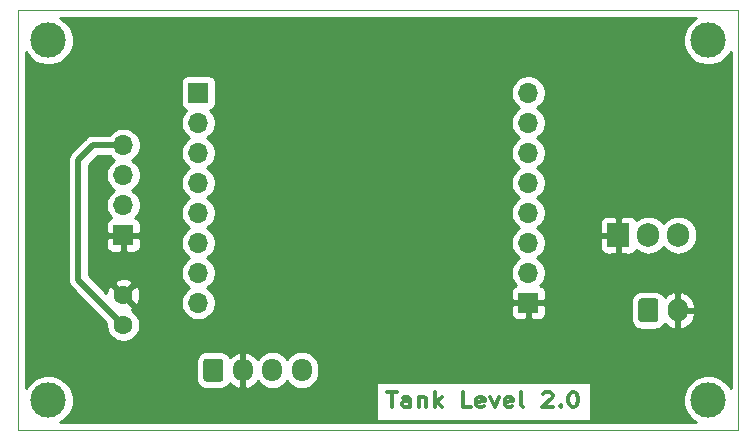
<source format=gbr>
%TF.GenerationSoftware,KiCad,Pcbnew,5.1.9+dfsg1-1*%
%TF.CreationDate,2022-05-17T23:06:01+02:00*%
%TF.ProjectId,water.tank,77617465-722e-4746-916e-6b2e6b696361,rev?*%
%TF.SameCoordinates,Original*%
%TF.FileFunction,Copper,L1,Top*%
%TF.FilePolarity,Positive*%
%FSLAX46Y46*%
G04 Gerber Fmt 4.6, Leading zero omitted, Abs format (unit mm)*
G04 Created by KiCad (PCBNEW 5.1.9+dfsg1-1) date 2022-05-17 23:06:01*
%MOMM*%
%LPD*%
G01*
G04 APERTURE LIST*
%TA.AperFunction,Profile*%
%ADD10C,0.050000*%
%TD*%
%TA.AperFunction,NonConductor*%
%ADD11C,0.300000*%
%TD*%
%TA.AperFunction,ComponentPad*%
%ADD12O,1.905000X2.000000*%
%TD*%
%TA.AperFunction,ComponentPad*%
%ADD13R,1.905000X2.000000*%
%TD*%
%TA.AperFunction,ComponentPad*%
%ADD14O,1.700000X1.700000*%
%TD*%
%TA.AperFunction,ComponentPad*%
%ADD15R,1.700000X1.700000*%
%TD*%
%TA.AperFunction,ComponentPad*%
%ADD16O,1.700000X1.950000*%
%TD*%
%TA.AperFunction,ComponentPad*%
%ADD17O,1.700000X2.000000*%
%TD*%
%TA.AperFunction,ComponentPad*%
%ADD18C,1.600000*%
%TD*%
%TA.AperFunction,ViaPad*%
%ADD19C,3.000000*%
%TD*%
%TA.AperFunction,Conductor*%
%ADD20C,0.500000*%
%TD*%
%TA.AperFunction,Conductor*%
%ADD21C,0.254000*%
%TD*%
%TA.AperFunction,Conductor*%
%ADD22C,0.100000*%
%TD*%
G04 APERTURE END LIST*
D10*
X124460000Y-48260000D02*
X63500000Y-48260000D01*
X124460000Y-83820000D02*
X124460000Y-48260000D01*
X63500000Y-83820000D02*
X124460000Y-83820000D01*
X63500000Y-48260000D02*
X63500000Y-83820000D01*
D11*
X94691428Y-80622857D02*
X95548571Y-80622857D01*
X95120000Y-81822857D02*
X95120000Y-80622857D01*
X96691428Y-81822857D02*
X96691428Y-81194285D01*
X96620000Y-81080000D01*
X96477142Y-81022857D01*
X96191428Y-81022857D01*
X96048571Y-81080000D01*
X96691428Y-81765714D02*
X96548571Y-81822857D01*
X96191428Y-81822857D01*
X96048571Y-81765714D01*
X95977142Y-81651428D01*
X95977142Y-81537142D01*
X96048571Y-81422857D01*
X96191428Y-81365714D01*
X96548571Y-81365714D01*
X96691428Y-81308571D01*
X97405714Y-81022857D02*
X97405714Y-81822857D01*
X97405714Y-81137142D02*
X97477142Y-81080000D01*
X97620000Y-81022857D01*
X97834285Y-81022857D01*
X97977142Y-81080000D01*
X98048571Y-81194285D01*
X98048571Y-81822857D01*
X98762857Y-81822857D02*
X98762857Y-80622857D01*
X98905714Y-81365714D02*
X99334285Y-81822857D01*
X99334285Y-81022857D02*
X98762857Y-81480000D01*
X101834285Y-81822857D02*
X101120000Y-81822857D01*
X101120000Y-80622857D01*
X102905714Y-81765714D02*
X102762857Y-81822857D01*
X102477142Y-81822857D01*
X102334285Y-81765714D01*
X102262857Y-81651428D01*
X102262857Y-81194285D01*
X102334285Y-81080000D01*
X102477142Y-81022857D01*
X102762857Y-81022857D01*
X102905714Y-81080000D01*
X102977142Y-81194285D01*
X102977142Y-81308571D01*
X102262857Y-81422857D01*
X103477142Y-81022857D02*
X103834285Y-81822857D01*
X104191428Y-81022857D01*
X105334285Y-81765714D02*
X105191428Y-81822857D01*
X104905714Y-81822857D01*
X104762857Y-81765714D01*
X104691428Y-81651428D01*
X104691428Y-81194285D01*
X104762857Y-81080000D01*
X104905714Y-81022857D01*
X105191428Y-81022857D01*
X105334285Y-81080000D01*
X105405714Y-81194285D01*
X105405714Y-81308571D01*
X104691428Y-81422857D01*
X106262857Y-81822857D02*
X106120000Y-81765714D01*
X106048571Y-81651428D01*
X106048571Y-80622857D01*
X107905714Y-80737142D02*
X107977142Y-80680000D01*
X108120000Y-80622857D01*
X108477142Y-80622857D01*
X108620000Y-80680000D01*
X108691428Y-80737142D01*
X108762857Y-80851428D01*
X108762857Y-80965714D01*
X108691428Y-81137142D01*
X107834285Y-81822857D01*
X108762857Y-81822857D01*
X109405714Y-81708571D02*
X109477142Y-81765714D01*
X109405714Y-81822857D01*
X109334285Y-81765714D01*
X109405714Y-81708571D01*
X109405714Y-81822857D01*
X110405714Y-80622857D02*
X110548571Y-80622857D01*
X110691428Y-80680000D01*
X110762857Y-80737142D01*
X110834285Y-80851428D01*
X110905714Y-81080000D01*
X110905714Y-81365714D01*
X110834285Y-81594285D01*
X110762857Y-81708571D01*
X110691428Y-81765714D01*
X110548571Y-81822857D01*
X110405714Y-81822857D01*
X110262857Y-81765714D01*
X110191428Y-81708571D01*
X110120000Y-81594285D01*
X110048571Y-81365714D01*
X110048571Y-81080000D01*
X110120000Y-80851428D01*
X110191428Y-80737142D01*
X110262857Y-80680000D01*
X110405714Y-80622857D01*
D12*
%TO.P,3.3,3*%
%TO.N,5V*%
X119380000Y-67310000D03*
%TO.P,3.3,2*%
%TO.N,VCC*%
X116840000Y-67310000D03*
D13*
%TO.P,3.3,1*%
%TO.N,GND*%
X114300000Y-67310000D03*
%TD*%
D14*
%TO.P,SENSOR,4*%
%TO.N,VCC*%
X72390000Y-59690000D03*
%TO.P,SENSOR,3*%
%TO.N,IO14*%
X72390000Y-62230000D03*
%TO.P,SENSOR,2*%
%TO.N,IO12*%
X72390000Y-64770000D03*
D15*
%TO.P,SENSOR,1*%
%TO.N,GND*%
X72390000Y-67310000D03*
%TD*%
D16*
%TO.P,OLED,4*%
%TO.N,IO04*%
X87510000Y-78740000D03*
%TO.P,OLED,3*%
%TO.N,IO05*%
X85010000Y-78740000D03*
%TO.P,OLED,2*%
%TO.N,GND*%
X82510000Y-78740000D03*
%TO.P,OLED,1*%
%TO.N,VCC*%
%TA.AperFunction,ComponentPad*%
G36*
G01*
X79160000Y-79465000D02*
X79160000Y-78015000D01*
G75*
G02*
X79410000Y-77765000I250000J0D01*
G01*
X80610000Y-77765000D01*
G75*
G02*
X80860000Y-78015000I0J-250000D01*
G01*
X80860000Y-79465000D01*
G75*
G02*
X80610000Y-79715000I-250000J0D01*
G01*
X79410000Y-79715000D01*
G75*
G02*
X79160000Y-79465000I0J250000D01*
G01*
G37*
%TD.AperFunction*%
%TD*%
D17*
%TO.P,5V,2*%
%TO.N,GND*%
X119340000Y-73660000D03*
%TO.P,5V,1*%
%TO.N,5V*%
%TA.AperFunction,ComponentPad*%
G36*
G01*
X115990000Y-74410000D02*
X115990000Y-72910000D01*
G75*
G02*
X116240000Y-72660000I250000J0D01*
G01*
X117440000Y-72660000D01*
G75*
G02*
X117690000Y-72910000I0J-250000D01*
G01*
X117690000Y-74410000D01*
G75*
G02*
X117440000Y-74660000I-250000J0D01*
G01*
X116240000Y-74660000D01*
G75*
G02*
X115990000Y-74410000I0J250000D01*
G01*
G37*
%TD.AperFunction*%
%TD*%
D18*
%TO.P,100nf,2*%
%TO.N,GND*%
X72390000Y-72390000D03*
%TO.P,100nf,1*%
%TO.N,VCC*%
X72390000Y-74890000D03*
%TD*%
D14*
%TO.P,J1,8*%
%TO.N,VCC*%
X78740000Y-73025000D03*
%TO.P,J1,7*%
%TO.N,N/C*%
X78740000Y-70485000D03*
%TO.P,J1,6*%
%TO.N,IO12*%
X78740000Y-67945000D03*
%TO.P,J1,5*%
%TO.N,IO14*%
X78740000Y-65405000D03*
%TO.P,J1,4*%
%TO.N,N/C*%
X78740000Y-62865000D03*
%TO.P,J1,3*%
X78740000Y-60325000D03*
%TO.P,J1,2*%
X78740000Y-57785000D03*
D15*
%TO.P,J1,1*%
X78740000Y-55245000D03*
%TD*%
D14*
%TO.P,ESP8266,8*%
%TO.N,N/C*%
X106680000Y-55245000D03*
%TO.P,ESP8266,7*%
X106680000Y-57785000D03*
%TO.P,ESP8266,6*%
%TO.N,IO05*%
X106680000Y-60325000D03*
%TO.P,ESP8266,5*%
%TO.N,IO04*%
X106680000Y-62865000D03*
%TO.P,ESP8266,4*%
%TO.N,N/C*%
X106680000Y-65405000D03*
%TO.P,ESP8266,3*%
X106680000Y-67945000D03*
%TO.P,ESP8266,2*%
X106680000Y-70485000D03*
D15*
%TO.P,ESP8266,1*%
%TO.N,GND*%
X106680000Y-73025000D03*
%TD*%
D19*
%TO.N,*%
X66040000Y-50800000D03*
X121920000Y-50800000D03*
X121920000Y-81280000D03*
X66040000Y-81280000D03*
%TD*%
D20*
%TO.N,VCC*%
X72390000Y-59690000D02*
X69850000Y-59690000D01*
X69850000Y-59690000D02*
X68580000Y-60960000D01*
X68580000Y-71080000D02*
X72390000Y-74890000D01*
X68580000Y-60960000D02*
X68580000Y-71080000D01*
%TD*%
D21*
%TO.N,GND*%
X120559017Y-49141637D02*
X120261637Y-49439017D01*
X120027988Y-49788698D01*
X119867047Y-50177244D01*
X119785000Y-50589721D01*
X119785000Y-51010279D01*
X119867047Y-51422756D01*
X120027988Y-51811302D01*
X120261637Y-52160983D01*
X120559017Y-52458363D01*
X120908698Y-52692012D01*
X121297244Y-52852953D01*
X121709721Y-52935000D01*
X122130279Y-52935000D01*
X122542756Y-52852953D01*
X122931302Y-52692012D01*
X123280983Y-52458363D01*
X123578363Y-52160983D01*
X123800001Y-51829278D01*
X123800000Y-80250721D01*
X123578363Y-79919017D01*
X123280983Y-79621637D01*
X122931302Y-79387988D01*
X122542756Y-79227047D01*
X122130279Y-79145000D01*
X121709721Y-79145000D01*
X121297244Y-79227047D01*
X120908698Y-79387988D01*
X120559017Y-79621637D01*
X120261637Y-79919017D01*
X120027988Y-80268698D01*
X119867047Y-80657244D01*
X119785000Y-81069721D01*
X119785000Y-81490279D01*
X119867047Y-81902756D01*
X120027988Y-82291302D01*
X120261637Y-82640983D01*
X120559017Y-82938363D01*
X120890721Y-83160000D01*
X67069279Y-83160000D01*
X67400983Y-82938363D01*
X67698363Y-82640983D01*
X67932012Y-82291302D01*
X68092953Y-81902756D01*
X68175000Y-81490279D01*
X68175000Y-81069721D01*
X68092953Y-80657244D01*
X67932012Y-80268698D01*
X67698363Y-79919017D01*
X67400983Y-79621637D01*
X67051302Y-79387988D01*
X66662756Y-79227047D01*
X66250279Y-79145000D01*
X65829721Y-79145000D01*
X65417244Y-79227047D01*
X65028698Y-79387988D01*
X64679017Y-79621637D01*
X64381637Y-79919017D01*
X64160000Y-80250721D01*
X64160000Y-78015000D01*
X78521928Y-78015000D01*
X78521928Y-79465000D01*
X78538992Y-79638254D01*
X78589528Y-79804850D01*
X78671595Y-79958386D01*
X78782038Y-80092962D01*
X78916614Y-80203405D01*
X79070150Y-80285472D01*
X79236746Y-80336008D01*
X79410000Y-80353072D01*
X80610000Y-80353072D01*
X80783254Y-80336008D01*
X80949850Y-80285472D01*
X81103386Y-80203405D01*
X81237962Y-80092962D01*
X81348405Y-79958386D01*
X81404714Y-79853039D01*
X81420951Y-79874429D01*
X81638807Y-80067496D01*
X81890142Y-80214352D01*
X82153110Y-80306476D01*
X82383000Y-80185155D01*
X82383000Y-78867000D01*
X82363000Y-78867000D01*
X82363000Y-78613000D01*
X82383000Y-78613000D01*
X82383000Y-77294845D01*
X82637000Y-77294845D01*
X82637000Y-78613000D01*
X82657000Y-78613000D01*
X82657000Y-78867000D01*
X82637000Y-78867000D01*
X82637000Y-80185155D01*
X82866890Y-80306476D01*
X83129858Y-80214352D01*
X83381193Y-80067496D01*
X83599049Y-79874429D01*
X83755538Y-79668278D01*
X83769294Y-79694014D01*
X83954866Y-79920134D01*
X84180987Y-80105706D01*
X84438967Y-80243599D01*
X84718890Y-80328513D01*
X85010000Y-80357185D01*
X85301111Y-80328513D01*
X85581034Y-80243599D01*
X85839014Y-80105706D01*
X86065134Y-79920134D01*
X86250706Y-79694014D01*
X86260000Y-79676626D01*
X86269294Y-79694014D01*
X86454866Y-79920134D01*
X86680987Y-80105706D01*
X86938967Y-80243599D01*
X87218890Y-80328513D01*
X87510000Y-80357185D01*
X87801111Y-80328513D01*
X88081034Y-80243599D01*
X88339014Y-80105706D01*
X88565134Y-79920134D01*
X88740869Y-79706000D01*
X93763572Y-79706000D01*
X93763572Y-83076000D01*
X111976429Y-83076000D01*
X111976429Y-79706000D01*
X93763572Y-79706000D01*
X88740869Y-79706000D01*
X88750706Y-79694014D01*
X88888599Y-79436033D01*
X88973513Y-79156110D01*
X88995000Y-78937949D01*
X88995000Y-78542050D01*
X88973513Y-78323889D01*
X88888599Y-78043966D01*
X88750706Y-77785986D01*
X88565134Y-77559866D01*
X88339013Y-77374294D01*
X88081033Y-77236401D01*
X87801110Y-77151487D01*
X87510000Y-77122815D01*
X87218889Y-77151487D01*
X86938966Y-77236401D01*
X86680986Y-77374294D01*
X86454866Y-77559866D01*
X86269294Y-77785987D01*
X86260000Y-77803374D01*
X86250706Y-77785986D01*
X86065134Y-77559866D01*
X85839013Y-77374294D01*
X85581033Y-77236401D01*
X85301110Y-77151487D01*
X85010000Y-77122815D01*
X84718889Y-77151487D01*
X84438966Y-77236401D01*
X84180986Y-77374294D01*
X83954866Y-77559866D01*
X83769294Y-77785987D01*
X83755538Y-77811722D01*
X83599049Y-77605571D01*
X83381193Y-77412504D01*
X83129858Y-77265648D01*
X82866890Y-77173524D01*
X82637000Y-77294845D01*
X82383000Y-77294845D01*
X82153110Y-77173524D01*
X81890142Y-77265648D01*
X81638807Y-77412504D01*
X81420951Y-77605571D01*
X81404714Y-77626961D01*
X81348405Y-77521614D01*
X81237962Y-77387038D01*
X81103386Y-77276595D01*
X80949850Y-77194528D01*
X80783254Y-77143992D01*
X80610000Y-77126928D01*
X79410000Y-77126928D01*
X79236746Y-77143992D01*
X79070150Y-77194528D01*
X78916614Y-77276595D01*
X78782038Y-77387038D01*
X78671595Y-77521614D01*
X78589528Y-77675150D01*
X78538992Y-77841746D01*
X78521928Y-78015000D01*
X64160000Y-78015000D01*
X64160000Y-60960000D01*
X67690719Y-60960000D01*
X67695000Y-61003469D01*
X67695001Y-71036521D01*
X67690719Y-71080000D01*
X67707805Y-71253490D01*
X67758412Y-71420313D01*
X67840590Y-71574059D01*
X67923468Y-71675046D01*
X67923471Y-71675049D01*
X67951184Y-71708817D01*
X67984951Y-71736530D01*
X70961983Y-74713561D01*
X70955000Y-74748665D01*
X70955000Y-75031335D01*
X71010147Y-75308574D01*
X71118320Y-75569727D01*
X71275363Y-75804759D01*
X71475241Y-76004637D01*
X71710273Y-76161680D01*
X71971426Y-76269853D01*
X72248665Y-76325000D01*
X72531335Y-76325000D01*
X72808574Y-76269853D01*
X73069727Y-76161680D01*
X73304759Y-76004637D01*
X73504637Y-75804759D01*
X73661680Y-75569727D01*
X73769853Y-75308574D01*
X73825000Y-75031335D01*
X73825000Y-74748665D01*
X73769853Y-74471426D01*
X73661680Y-74210273D01*
X73504637Y-73975241D01*
X73304759Y-73775363D01*
X73104131Y-73641308D01*
X73131514Y-73626671D01*
X73203097Y-73382702D01*
X72390000Y-72569605D01*
X72375858Y-72583748D01*
X72196253Y-72404143D01*
X72210395Y-72390000D01*
X72569605Y-72390000D01*
X73382702Y-73203097D01*
X73626671Y-73131514D01*
X73747571Y-72876004D01*
X73816300Y-72601816D01*
X73830217Y-72319488D01*
X73788787Y-72039870D01*
X73693603Y-71773708D01*
X73626671Y-71648486D01*
X73382702Y-71576903D01*
X72569605Y-72390000D01*
X72210395Y-72390000D01*
X71397298Y-71576903D01*
X71153329Y-71648486D01*
X71032429Y-71903996D01*
X70963700Y-72178184D01*
X70962106Y-72210527D01*
X70148877Y-71397298D01*
X71576903Y-71397298D01*
X72390000Y-72210395D01*
X73203097Y-71397298D01*
X73131514Y-71153329D01*
X72876004Y-71032429D01*
X72601816Y-70963700D01*
X72319488Y-70949783D01*
X72039870Y-70991213D01*
X71773708Y-71086397D01*
X71648486Y-71153329D01*
X71576903Y-71397298D01*
X70148877Y-71397298D01*
X69465000Y-70713422D01*
X69465000Y-68160000D01*
X70901928Y-68160000D01*
X70914188Y-68284482D01*
X70950498Y-68404180D01*
X71009463Y-68514494D01*
X71088815Y-68611185D01*
X71185506Y-68690537D01*
X71295820Y-68749502D01*
X71415518Y-68785812D01*
X71540000Y-68798072D01*
X72104250Y-68795000D01*
X72263000Y-68636250D01*
X72263000Y-67437000D01*
X72517000Y-67437000D01*
X72517000Y-68636250D01*
X72675750Y-68795000D01*
X73240000Y-68798072D01*
X73364482Y-68785812D01*
X73484180Y-68749502D01*
X73594494Y-68690537D01*
X73691185Y-68611185D01*
X73770537Y-68514494D01*
X73829502Y-68404180D01*
X73865812Y-68284482D01*
X73878072Y-68160000D01*
X73875000Y-67595750D01*
X73716250Y-67437000D01*
X72517000Y-67437000D01*
X72263000Y-67437000D01*
X71063750Y-67437000D01*
X70905000Y-67595750D01*
X70901928Y-68160000D01*
X69465000Y-68160000D01*
X69465000Y-61326578D01*
X70216579Y-60575000D01*
X71195344Y-60575000D01*
X71236525Y-60636632D01*
X71443368Y-60843475D01*
X71617760Y-60960000D01*
X71443368Y-61076525D01*
X71236525Y-61283368D01*
X71074010Y-61526589D01*
X70962068Y-61796842D01*
X70905000Y-62083740D01*
X70905000Y-62376260D01*
X70962068Y-62663158D01*
X71074010Y-62933411D01*
X71236525Y-63176632D01*
X71443368Y-63383475D01*
X71617760Y-63500000D01*
X71443368Y-63616525D01*
X71236525Y-63823368D01*
X71074010Y-64066589D01*
X70962068Y-64336842D01*
X70905000Y-64623740D01*
X70905000Y-64916260D01*
X70962068Y-65203158D01*
X71074010Y-65473411D01*
X71236525Y-65716632D01*
X71368380Y-65848487D01*
X71295820Y-65870498D01*
X71185506Y-65929463D01*
X71088815Y-66008815D01*
X71009463Y-66105506D01*
X70950498Y-66215820D01*
X70914188Y-66335518D01*
X70901928Y-66460000D01*
X70905000Y-67024250D01*
X71063750Y-67183000D01*
X72263000Y-67183000D01*
X72263000Y-67163000D01*
X72517000Y-67163000D01*
X72517000Y-67183000D01*
X73716250Y-67183000D01*
X73875000Y-67024250D01*
X73878072Y-66460000D01*
X73865812Y-66335518D01*
X73829502Y-66215820D01*
X73770537Y-66105506D01*
X73691185Y-66008815D01*
X73594494Y-65929463D01*
X73484180Y-65870498D01*
X73411620Y-65848487D01*
X73543475Y-65716632D01*
X73705990Y-65473411D01*
X73817932Y-65203158D01*
X73875000Y-64916260D01*
X73875000Y-64623740D01*
X73817932Y-64336842D01*
X73705990Y-64066589D01*
X73543475Y-63823368D01*
X73336632Y-63616525D01*
X73162240Y-63500000D01*
X73336632Y-63383475D01*
X73543475Y-63176632D01*
X73705990Y-62933411D01*
X73817932Y-62663158D01*
X73875000Y-62376260D01*
X73875000Y-62083740D01*
X73817932Y-61796842D01*
X73705990Y-61526589D01*
X73543475Y-61283368D01*
X73336632Y-61076525D01*
X73162240Y-60960000D01*
X73336632Y-60843475D01*
X73543475Y-60636632D01*
X73705990Y-60393411D01*
X73817932Y-60123158D01*
X73875000Y-59836260D01*
X73875000Y-59543740D01*
X73817932Y-59256842D01*
X73705990Y-58986589D01*
X73543475Y-58743368D01*
X73336632Y-58536525D01*
X73093411Y-58374010D01*
X72823158Y-58262068D01*
X72536260Y-58205000D01*
X72243740Y-58205000D01*
X71956842Y-58262068D01*
X71686589Y-58374010D01*
X71443368Y-58536525D01*
X71236525Y-58743368D01*
X71195344Y-58805000D01*
X69893465Y-58805000D01*
X69849999Y-58800719D01*
X69806533Y-58805000D01*
X69806523Y-58805000D01*
X69676510Y-58817805D01*
X69509687Y-58868411D01*
X69355941Y-58950589D01*
X69355939Y-58950590D01*
X69355940Y-58950590D01*
X69254953Y-59033468D01*
X69254951Y-59033470D01*
X69221183Y-59061183D01*
X69193470Y-59094951D01*
X67984956Y-60303466D01*
X67951183Y-60331183D01*
X67840589Y-60465942D01*
X67758411Y-60619688D01*
X67707805Y-60786511D01*
X67695000Y-60916524D01*
X67695000Y-60916531D01*
X67690719Y-60960000D01*
X64160000Y-60960000D01*
X64160000Y-54395000D01*
X77251928Y-54395000D01*
X77251928Y-56095000D01*
X77264188Y-56219482D01*
X77300498Y-56339180D01*
X77359463Y-56449494D01*
X77438815Y-56546185D01*
X77535506Y-56625537D01*
X77645820Y-56684502D01*
X77718380Y-56706513D01*
X77586525Y-56838368D01*
X77424010Y-57081589D01*
X77312068Y-57351842D01*
X77255000Y-57638740D01*
X77255000Y-57931260D01*
X77312068Y-58218158D01*
X77424010Y-58488411D01*
X77586525Y-58731632D01*
X77793368Y-58938475D01*
X77967760Y-59055000D01*
X77793368Y-59171525D01*
X77586525Y-59378368D01*
X77424010Y-59621589D01*
X77312068Y-59891842D01*
X77255000Y-60178740D01*
X77255000Y-60471260D01*
X77312068Y-60758158D01*
X77424010Y-61028411D01*
X77586525Y-61271632D01*
X77793368Y-61478475D01*
X77967760Y-61595000D01*
X77793368Y-61711525D01*
X77586525Y-61918368D01*
X77424010Y-62161589D01*
X77312068Y-62431842D01*
X77255000Y-62718740D01*
X77255000Y-63011260D01*
X77312068Y-63298158D01*
X77424010Y-63568411D01*
X77586525Y-63811632D01*
X77793368Y-64018475D01*
X77967760Y-64135000D01*
X77793368Y-64251525D01*
X77586525Y-64458368D01*
X77424010Y-64701589D01*
X77312068Y-64971842D01*
X77255000Y-65258740D01*
X77255000Y-65551260D01*
X77312068Y-65838158D01*
X77424010Y-66108411D01*
X77586525Y-66351632D01*
X77793368Y-66558475D01*
X77967760Y-66675000D01*
X77793368Y-66791525D01*
X77586525Y-66998368D01*
X77424010Y-67241589D01*
X77312068Y-67511842D01*
X77255000Y-67798740D01*
X77255000Y-68091260D01*
X77312068Y-68378158D01*
X77424010Y-68648411D01*
X77586525Y-68891632D01*
X77793368Y-69098475D01*
X77967760Y-69215000D01*
X77793368Y-69331525D01*
X77586525Y-69538368D01*
X77424010Y-69781589D01*
X77312068Y-70051842D01*
X77255000Y-70338740D01*
X77255000Y-70631260D01*
X77312068Y-70918158D01*
X77424010Y-71188411D01*
X77586525Y-71431632D01*
X77793368Y-71638475D01*
X77967760Y-71755000D01*
X77793368Y-71871525D01*
X77586525Y-72078368D01*
X77424010Y-72321589D01*
X77312068Y-72591842D01*
X77255000Y-72878740D01*
X77255000Y-73171260D01*
X77312068Y-73458158D01*
X77424010Y-73728411D01*
X77586525Y-73971632D01*
X77793368Y-74178475D01*
X78036589Y-74340990D01*
X78306842Y-74452932D01*
X78593740Y-74510000D01*
X78886260Y-74510000D01*
X79173158Y-74452932D01*
X79443411Y-74340990D01*
X79686632Y-74178475D01*
X79893475Y-73971632D01*
X79958042Y-73875000D01*
X105191928Y-73875000D01*
X105204188Y-73999482D01*
X105240498Y-74119180D01*
X105299463Y-74229494D01*
X105378815Y-74326185D01*
X105475506Y-74405537D01*
X105585820Y-74464502D01*
X105705518Y-74500812D01*
X105830000Y-74513072D01*
X106394250Y-74510000D01*
X106553000Y-74351250D01*
X106553000Y-73152000D01*
X106807000Y-73152000D01*
X106807000Y-74351250D01*
X106965750Y-74510000D01*
X107530000Y-74513072D01*
X107654482Y-74500812D01*
X107774180Y-74464502D01*
X107884494Y-74405537D01*
X107981185Y-74326185D01*
X108060537Y-74229494D01*
X108119502Y-74119180D01*
X108155812Y-73999482D01*
X108168072Y-73875000D01*
X108165000Y-73310750D01*
X108006250Y-73152000D01*
X106807000Y-73152000D01*
X106553000Y-73152000D01*
X105353750Y-73152000D01*
X105195000Y-73310750D01*
X105191928Y-73875000D01*
X79958042Y-73875000D01*
X80055990Y-73728411D01*
X80167932Y-73458158D01*
X80225000Y-73171260D01*
X80225000Y-72910000D01*
X115351928Y-72910000D01*
X115351928Y-74410000D01*
X115368992Y-74583254D01*
X115419528Y-74749850D01*
X115501595Y-74903386D01*
X115612038Y-75037962D01*
X115746614Y-75148405D01*
X115900150Y-75230472D01*
X116066746Y-75281008D01*
X116240000Y-75298072D01*
X117440000Y-75298072D01*
X117613254Y-75281008D01*
X117779850Y-75230472D01*
X117933386Y-75148405D01*
X118067962Y-75037962D01*
X118178405Y-74903386D01*
X118232914Y-74801407D01*
X118233198Y-74801795D01*
X118447954Y-74998664D01*
X118696991Y-75149854D01*
X118970739Y-75249554D01*
X118983110Y-75251476D01*
X119213000Y-75130155D01*
X119213000Y-73787000D01*
X119467000Y-73787000D01*
X119467000Y-75130155D01*
X119696890Y-75251476D01*
X119709261Y-75249554D01*
X119983009Y-75149854D01*
X120232046Y-74998664D01*
X120446802Y-74801795D01*
X120619025Y-74566812D01*
X120742096Y-74302745D01*
X120811285Y-74019742D01*
X120667232Y-73787000D01*
X119467000Y-73787000D01*
X119213000Y-73787000D01*
X119193000Y-73787000D01*
X119193000Y-73533000D01*
X119213000Y-73533000D01*
X119213000Y-72189845D01*
X119467000Y-72189845D01*
X119467000Y-73533000D01*
X120667232Y-73533000D01*
X120811285Y-73300258D01*
X120742096Y-73017255D01*
X120619025Y-72753188D01*
X120446802Y-72518205D01*
X120232046Y-72321336D01*
X119983009Y-72170146D01*
X119709261Y-72070446D01*
X119696890Y-72068524D01*
X119467000Y-72189845D01*
X119213000Y-72189845D01*
X118983110Y-72068524D01*
X118970739Y-72070446D01*
X118696991Y-72170146D01*
X118447954Y-72321336D01*
X118233198Y-72518205D01*
X118232914Y-72518593D01*
X118178405Y-72416614D01*
X118067962Y-72282038D01*
X117933386Y-72171595D01*
X117779850Y-72089528D01*
X117613254Y-72038992D01*
X117440000Y-72021928D01*
X116240000Y-72021928D01*
X116066746Y-72038992D01*
X115900150Y-72089528D01*
X115746614Y-72171595D01*
X115612038Y-72282038D01*
X115501595Y-72416614D01*
X115419528Y-72570150D01*
X115368992Y-72736746D01*
X115351928Y-72910000D01*
X80225000Y-72910000D01*
X80225000Y-72878740D01*
X80167932Y-72591842D01*
X80055990Y-72321589D01*
X79958043Y-72175000D01*
X105191928Y-72175000D01*
X105195000Y-72739250D01*
X105353750Y-72898000D01*
X106553000Y-72898000D01*
X106553000Y-72878000D01*
X106807000Y-72878000D01*
X106807000Y-72898000D01*
X108006250Y-72898000D01*
X108165000Y-72739250D01*
X108168072Y-72175000D01*
X108155812Y-72050518D01*
X108119502Y-71930820D01*
X108060537Y-71820506D01*
X107981185Y-71723815D01*
X107884494Y-71644463D01*
X107774180Y-71585498D01*
X107701620Y-71563487D01*
X107833475Y-71431632D01*
X107995990Y-71188411D01*
X108107932Y-70918158D01*
X108165000Y-70631260D01*
X108165000Y-70338740D01*
X108107932Y-70051842D01*
X107995990Y-69781589D01*
X107833475Y-69538368D01*
X107626632Y-69331525D01*
X107452240Y-69215000D01*
X107626632Y-69098475D01*
X107833475Y-68891632D01*
X107995990Y-68648411D01*
X108107932Y-68378158D01*
X108121489Y-68310000D01*
X112709428Y-68310000D01*
X112721688Y-68434482D01*
X112757998Y-68554180D01*
X112816963Y-68664494D01*
X112896315Y-68761185D01*
X112993006Y-68840537D01*
X113103320Y-68899502D01*
X113223018Y-68935812D01*
X113347500Y-68948072D01*
X114014250Y-68945000D01*
X114173000Y-68786250D01*
X114173000Y-67437000D01*
X112871250Y-67437000D01*
X112712500Y-67595750D01*
X112709428Y-68310000D01*
X108121489Y-68310000D01*
X108165000Y-68091260D01*
X108165000Y-67798740D01*
X108107932Y-67511842D01*
X107995990Y-67241589D01*
X107833475Y-66998368D01*
X107626632Y-66791525D01*
X107452240Y-66675000D01*
X107626632Y-66558475D01*
X107833475Y-66351632D01*
X107861292Y-66310000D01*
X112709428Y-66310000D01*
X112712500Y-67024250D01*
X112871250Y-67183000D01*
X114173000Y-67183000D01*
X114173000Y-65833750D01*
X114427000Y-65833750D01*
X114427000Y-67183000D01*
X114447000Y-67183000D01*
X114447000Y-67437000D01*
X114427000Y-67437000D01*
X114427000Y-68786250D01*
X114585750Y-68945000D01*
X115252500Y-68948072D01*
X115376982Y-68935812D01*
X115496680Y-68899502D01*
X115606994Y-68840537D01*
X115703685Y-68761185D01*
X115783037Y-68664494D01*
X115827905Y-68580553D01*
X115953766Y-68683845D01*
X116229552Y-68831255D01*
X116528797Y-68922030D01*
X116840000Y-68952681D01*
X117151204Y-68922030D01*
X117450449Y-68831255D01*
X117726235Y-68683845D01*
X117967963Y-68485463D01*
X118110000Y-68312391D01*
X118252037Y-68485463D01*
X118493766Y-68683845D01*
X118769552Y-68831255D01*
X119068797Y-68922030D01*
X119380000Y-68952681D01*
X119691204Y-68922030D01*
X119990449Y-68831255D01*
X120266235Y-68683845D01*
X120507963Y-68485463D01*
X120706345Y-68243734D01*
X120853755Y-67967948D01*
X120944530Y-67668703D01*
X120967500Y-67435485D01*
X120967500Y-67184514D01*
X120944530Y-66951296D01*
X120853755Y-66652051D01*
X120706345Y-66376265D01*
X120507963Y-66134537D01*
X120266234Y-65936155D01*
X119990448Y-65788745D01*
X119691203Y-65697970D01*
X119380000Y-65667319D01*
X119068796Y-65697970D01*
X118769551Y-65788745D01*
X118493765Y-65936155D01*
X118252037Y-66134537D01*
X118110000Y-66307609D01*
X117967963Y-66134537D01*
X117726234Y-65936155D01*
X117450448Y-65788745D01*
X117151203Y-65697970D01*
X116840000Y-65667319D01*
X116528796Y-65697970D01*
X116229551Y-65788745D01*
X115953765Y-65936155D01*
X115827905Y-66039446D01*
X115783037Y-65955506D01*
X115703685Y-65858815D01*
X115606994Y-65779463D01*
X115496680Y-65720498D01*
X115376982Y-65684188D01*
X115252500Y-65671928D01*
X114585750Y-65675000D01*
X114427000Y-65833750D01*
X114173000Y-65833750D01*
X114014250Y-65675000D01*
X113347500Y-65671928D01*
X113223018Y-65684188D01*
X113103320Y-65720498D01*
X112993006Y-65779463D01*
X112896315Y-65858815D01*
X112816963Y-65955506D01*
X112757998Y-66065820D01*
X112721688Y-66185518D01*
X112709428Y-66310000D01*
X107861292Y-66310000D01*
X107995990Y-66108411D01*
X108107932Y-65838158D01*
X108165000Y-65551260D01*
X108165000Y-65258740D01*
X108107932Y-64971842D01*
X107995990Y-64701589D01*
X107833475Y-64458368D01*
X107626632Y-64251525D01*
X107452240Y-64135000D01*
X107626632Y-64018475D01*
X107833475Y-63811632D01*
X107995990Y-63568411D01*
X108107932Y-63298158D01*
X108165000Y-63011260D01*
X108165000Y-62718740D01*
X108107932Y-62431842D01*
X107995990Y-62161589D01*
X107833475Y-61918368D01*
X107626632Y-61711525D01*
X107452240Y-61595000D01*
X107626632Y-61478475D01*
X107833475Y-61271632D01*
X107995990Y-61028411D01*
X108107932Y-60758158D01*
X108165000Y-60471260D01*
X108165000Y-60178740D01*
X108107932Y-59891842D01*
X107995990Y-59621589D01*
X107833475Y-59378368D01*
X107626632Y-59171525D01*
X107452240Y-59055000D01*
X107626632Y-58938475D01*
X107833475Y-58731632D01*
X107995990Y-58488411D01*
X108107932Y-58218158D01*
X108165000Y-57931260D01*
X108165000Y-57638740D01*
X108107932Y-57351842D01*
X107995990Y-57081589D01*
X107833475Y-56838368D01*
X107626632Y-56631525D01*
X107452240Y-56515000D01*
X107626632Y-56398475D01*
X107833475Y-56191632D01*
X107995990Y-55948411D01*
X108107932Y-55678158D01*
X108165000Y-55391260D01*
X108165000Y-55098740D01*
X108107932Y-54811842D01*
X107995990Y-54541589D01*
X107833475Y-54298368D01*
X107626632Y-54091525D01*
X107383411Y-53929010D01*
X107113158Y-53817068D01*
X106826260Y-53760000D01*
X106533740Y-53760000D01*
X106246842Y-53817068D01*
X105976589Y-53929010D01*
X105733368Y-54091525D01*
X105526525Y-54298368D01*
X105364010Y-54541589D01*
X105252068Y-54811842D01*
X105195000Y-55098740D01*
X105195000Y-55391260D01*
X105252068Y-55678158D01*
X105364010Y-55948411D01*
X105526525Y-56191632D01*
X105733368Y-56398475D01*
X105907760Y-56515000D01*
X105733368Y-56631525D01*
X105526525Y-56838368D01*
X105364010Y-57081589D01*
X105252068Y-57351842D01*
X105195000Y-57638740D01*
X105195000Y-57931260D01*
X105252068Y-58218158D01*
X105364010Y-58488411D01*
X105526525Y-58731632D01*
X105733368Y-58938475D01*
X105907760Y-59055000D01*
X105733368Y-59171525D01*
X105526525Y-59378368D01*
X105364010Y-59621589D01*
X105252068Y-59891842D01*
X105195000Y-60178740D01*
X105195000Y-60471260D01*
X105252068Y-60758158D01*
X105364010Y-61028411D01*
X105526525Y-61271632D01*
X105733368Y-61478475D01*
X105907760Y-61595000D01*
X105733368Y-61711525D01*
X105526525Y-61918368D01*
X105364010Y-62161589D01*
X105252068Y-62431842D01*
X105195000Y-62718740D01*
X105195000Y-63011260D01*
X105252068Y-63298158D01*
X105364010Y-63568411D01*
X105526525Y-63811632D01*
X105733368Y-64018475D01*
X105907760Y-64135000D01*
X105733368Y-64251525D01*
X105526525Y-64458368D01*
X105364010Y-64701589D01*
X105252068Y-64971842D01*
X105195000Y-65258740D01*
X105195000Y-65551260D01*
X105252068Y-65838158D01*
X105364010Y-66108411D01*
X105526525Y-66351632D01*
X105733368Y-66558475D01*
X105907760Y-66675000D01*
X105733368Y-66791525D01*
X105526525Y-66998368D01*
X105364010Y-67241589D01*
X105252068Y-67511842D01*
X105195000Y-67798740D01*
X105195000Y-68091260D01*
X105252068Y-68378158D01*
X105364010Y-68648411D01*
X105526525Y-68891632D01*
X105733368Y-69098475D01*
X105907760Y-69215000D01*
X105733368Y-69331525D01*
X105526525Y-69538368D01*
X105364010Y-69781589D01*
X105252068Y-70051842D01*
X105195000Y-70338740D01*
X105195000Y-70631260D01*
X105252068Y-70918158D01*
X105364010Y-71188411D01*
X105526525Y-71431632D01*
X105658380Y-71563487D01*
X105585820Y-71585498D01*
X105475506Y-71644463D01*
X105378815Y-71723815D01*
X105299463Y-71820506D01*
X105240498Y-71930820D01*
X105204188Y-72050518D01*
X105191928Y-72175000D01*
X79958043Y-72175000D01*
X79893475Y-72078368D01*
X79686632Y-71871525D01*
X79512240Y-71755000D01*
X79686632Y-71638475D01*
X79893475Y-71431632D01*
X80055990Y-71188411D01*
X80167932Y-70918158D01*
X80225000Y-70631260D01*
X80225000Y-70338740D01*
X80167932Y-70051842D01*
X80055990Y-69781589D01*
X79893475Y-69538368D01*
X79686632Y-69331525D01*
X79512240Y-69215000D01*
X79686632Y-69098475D01*
X79893475Y-68891632D01*
X80055990Y-68648411D01*
X80167932Y-68378158D01*
X80225000Y-68091260D01*
X80225000Y-67798740D01*
X80167932Y-67511842D01*
X80055990Y-67241589D01*
X79893475Y-66998368D01*
X79686632Y-66791525D01*
X79512240Y-66675000D01*
X79686632Y-66558475D01*
X79893475Y-66351632D01*
X80055990Y-66108411D01*
X80167932Y-65838158D01*
X80225000Y-65551260D01*
X80225000Y-65258740D01*
X80167932Y-64971842D01*
X80055990Y-64701589D01*
X79893475Y-64458368D01*
X79686632Y-64251525D01*
X79512240Y-64135000D01*
X79686632Y-64018475D01*
X79893475Y-63811632D01*
X80055990Y-63568411D01*
X80167932Y-63298158D01*
X80225000Y-63011260D01*
X80225000Y-62718740D01*
X80167932Y-62431842D01*
X80055990Y-62161589D01*
X79893475Y-61918368D01*
X79686632Y-61711525D01*
X79512240Y-61595000D01*
X79686632Y-61478475D01*
X79893475Y-61271632D01*
X80055990Y-61028411D01*
X80167932Y-60758158D01*
X80225000Y-60471260D01*
X80225000Y-60178740D01*
X80167932Y-59891842D01*
X80055990Y-59621589D01*
X79893475Y-59378368D01*
X79686632Y-59171525D01*
X79512240Y-59055000D01*
X79686632Y-58938475D01*
X79893475Y-58731632D01*
X80055990Y-58488411D01*
X80167932Y-58218158D01*
X80225000Y-57931260D01*
X80225000Y-57638740D01*
X80167932Y-57351842D01*
X80055990Y-57081589D01*
X79893475Y-56838368D01*
X79761620Y-56706513D01*
X79834180Y-56684502D01*
X79944494Y-56625537D01*
X80041185Y-56546185D01*
X80120537Y-56449494D01*
X80179502Y-56339180D01*
X80215812Y-56219482D01*
X80228072Y-56095000D01*
X80228072Y-54395000D01*
X80215812Y-54270518D01*
X80179502Y-54150820D01*
X80120537Y-54040506D01*
X80041185Y-53943815D01*
X79944494Y-53864463D01*
X79834180Y-53805498D01*
X79714482Y-53769188D01*
X79590000Y-53756928D01*
X77890000Y-53756928D01*
X77765518Y-53769188D01*
X77645820Y-53805498D01*
X77535506Y-53864463D01*
X77438815Y-53943815D01*
X77359463Y-54040506D01*
X77300498Y-54150820D01*
X77264188Y-54270518D01*
X77251928Y-54395000D01*
X64160000Y-54395000D01*
X64160000Y-51829279D01*
X64381637Y-52160983D01*
X64679017Y-52458363D01*
X65028698Y-52692012D01*
X65417244Y-52852953D01*
X65829721Y-52935000D01*
X66250279Y-52935000D01*
X66662756Y-52852953D01*
X67051302Y-52692012D01*
X67400983Y-52458363D01*
X67698363Y-52160983D01*
X67932012Y-51811302D01*
X68092953Y-51422756D01*
X68175000Y-51010279D01*
X68175000Y-50589721D01*
X68092953Y-50177244D01*
X67932012Y-49788698D01*
X67698363Y-49439017D01*
X67400983Y-49141637D01*
X67069279Y-48920000D01*
X120890721Y-48920000D01*
X120559017Y-49141637D01*
%TA.AperFunction,Conductor*%
D22*
G36*
X120559017Y-49141637D02*
G01*
X120261637Y-49439017D01*
X120027988Y-49788698D01*
X119867047Y-50177244D01*
X119785000Y-50589721D01*
X119785000Y-51010279D01*
X119867047Y-51422756D01*
X120027988Y-51811302D01*
X120261637Y-52160983D01*
X120559017Y-52458363D01*
X120908698Y-52692012D01*
X121297244Y-52852953D01*
X121709721Y-52935000D01*
X122130279Y-52935000D01*
X122542756Y-52852953D01*
X122931302Y-52692012D01*
X123280983Y-52458363D01*
X123578363Y-52160983D01*
X123800001Y-51829278D01*
X123800000Y-80250721D01*
X123578363Y-79919017D01*
X123280983Y-79621637D01*
X122931302Y-79387988D01*
X122542756Y-79227047D01*
X122130279Y-79145000D01*
X121709721Y-79145000D01*
X121297244Y-79227047D01*
X120908698Y-79387988D01*
X120559017Y-79621637D01*
X120261637Y-79919017D01*
X120027988Y-80268698D01*
X119867047Y-80657244D01*
X119785000Y-81069721D01*
X119785000Y-81490279D01*
X119867047Y-81902756D01*
X120027988Y-82291302D01*
X120261637Y-82640983D01*
X120559017Y-82938363D01*
X120890721Y-83160000D01*
X67069279Y-83160000D01*
X67400983Y-82938363D01*
X67698363Y-82640983D01*
X67932012Y-82291302D01*
X68092953Y-81902756D01*
X68175000Y-81490279D01*
X68175000Y-81069721D01*
X68092953Y-80657244D01*
X67932012Y-80268698D01*
X67698363Y-79919017D01*
X67400983Y-79621637D01*
X67051302Y-79387988D01*
X66662756Y-79227047D01*
X66250279Y-79145000D01*
X65829721Y-79145000D01*
X65417244Y-79227047D01*
X65028698Y-79387988D01*
X64679017Y-79621637D01*
X64381637Y-79919017D01*
X64160000Y-80250721D01*
X64160000Y-78015000D01*
X78521928Y-78015000D01*
X78521928Y-79465000D01*
X78538992Y-79638254D01*
X78589528Y-79804850D01*
X78671595Y-79958386D01*
X78782038Y-80092962D01*
X78916614Y-80203405D01*
X79070150Y-80285472D01*
X79236746Y-80336008D01*
X79410000Y-80353072D01*
X80610000Y-80353072D01*
X80783254Y-80336008D01*
X80949850Y-80285472D01*
X81103386Y-80203405D01*
X81237962Y-80092962D01*
X81348405Y-79958386D01*
X81404714Y-79853039D01*
X81420951Y-79874429D01*
X81638807Y-80067496D01*
X81890142Y-80214352D01*
X82153110Y-80306476D01*
X82383000Y-80185155D01*
X82383000Y-78867000D01*
X82363000Y-78867000D01*
X82363000Y-78613000D01*
X82383000Y-78613000D01*
X82383000Y-77294845D01*
X82637000Y-77294845D01*
X82637000Y-78613000D01*
X82657000Y-78613000D01*
X82657000Y-78867000D01*
X82637000Y-78867000D01*
X82637000Y-80185155D01*
X82866890Y-80306476D01*
X83129858Y-80214352D01*
X83381193Y-80067496D01*
X83599049Y-79874429D01*
X83755538Y-79668278D01*
X83769294Y-79694014D01*
X83954866Y-79920134D01*
X84180987Y-80105706D01*
X84438967Y-80243599D01*
X84718890Y-80328513D01*
X85010000Y-80357185D01*
X85301111Y-80328513D01*
X85581034Y-80243599D01*
X85839014Y-80105706D01*
X86065134Y-79920134D01*
X86250706Y-79694014D01*
X86260000Y-79676626D01*
X86269294Y-79694014D01*
X86454866Y-79920134D01*
X86680987Y-80105706D01*
X86938967Y-80243599D01*
X87218890Y-80328513D01*
X87510000Y-80357185D01*
X87801111Y-80328513D01*
X88081034Y-80243599D01*
X88339014Y-80105706D01*
X88565134Y-79920134D01*
X88740869Y-79706000D01*
X93763572Y-79706000D01*
X93763572Y-83076000D01*
X111976429Y-83076000D01*
X111976429Y-79706000D01*
X93763572Y-79706000D01*
X88740869Y-79706000D01*
X88750706Y-79694014D01*
X88888599Y-79436033D01*
X88973513Y-79156110D01*
X88995000Y-78937949D01*
X88995000Y-78542050D01*
X88973513Y-78323889D01*
X88888599Y-78043966D01*
X88750706Y-77785986D01*
X88565134Y-77559866D01*
X88339013Y-77374294D01*
X88081033Y-77236401D01*
X87801110Y-77151487D01*
X87510000Y-77122815D01*
X87218889Y-77151487D01*
X86938966Y-77236401D01*
X86680986Y-77374294D01*
X86454866Y-77559866D01*
X86269294Y-77785987D01*
X86260000Y-77803374D01*
X86250706Y-77785986D01*
X86065134Y-77559866D01*
X85839013Y-77374294D01*
X85581033Y-77236401D01*
X85301110Y-77151487D01*
X85010000Y-77122815D01*
X84718889Y-77151487D01*
X84438966Y-77236401D01*
X84180986Y-77374294D01*
X83954866Y-77559866D01*
X83769294Y-77785987D01*
X83755538Y-77811722D01*
X83599049Y-77605571D01*
X83381193Y-77412504D01*
X83129858Y-77265648D01*
X82866890Y-77173524D01*
X82637000Y-77294845D01*
X82383000Y-77294845D01*
X82153110Y-77173524D01*
X81890142Y-77265648D01*
X81638807Y-77412504D01*
X81420951Y-77605571D01*
X81404714Y-77626961D01*
X81348405Y-77521614D01*
X81237962Y-77387038D01*
X81103386Y-77276595D01*
X80949850Y-77194528D01*
X80783254Y-77143992D01*
X80610000Y-77126928D01*
X79410000Y-77126928D01*
X79236746Y-77143992D01*
X79070150Y-77194528D01*
X78916614Y-77276595D01*
X78782038Y-77387038D01*
X78671595Y-77521614D01*
X78589528Y-77675150D01*
X78538992Y-77841746D01*
X78521928Y-78015000D01*
X64160000Y-78015000D01*
X64160000Y-60960000D01*
X67690719Y-60960000D01*
X67695000Y-61003469D01*
X67695001Y-71036521D01*
X67690719Y-71080000D01*
X67707805Y-71253490D01*
X67758412Y-71420313D01*
X67840590Y-71574059D01*
X67923468Y-71675046D01*
X67923471Y-71675049D01*
X67951184Y-71708817D01*
X67984951Y-71736530D01*
X70961983Y-74713561D01*
X70955000Y-74748665D01*
X70955000Y-75031335D01*
X71010147Y-75308574D01*
X71118320Y-75569727D01*
X71275363Y-75804759D01*
X71475241Y-76004637D01*
X71710273Y-76161680D01*
X71971426Y-76269853D01*
X72248665Y-76325000D01*
X72531335Y-76325000D01*
X72808574Y-76269853D01*
X73069727Y-76161680D01*
X73304759Y-76004637D01*
X73504637Y-75804759D01*
X73661680Y-75569727D01*
X73769853Y-75308574D01*
X73825000Y-75031335D01*
X73825000Y-74748665D01*
X73769853Y-74471426D01*
X73661680Y-74210273D01*
X73504637Y-73975241D01*
X73304759Y-73775363D01*
X73104131Y-73641308D01*
X73131514Y-73626671D01*
X73203097Y-73382702D01*
X72390000Y-72569605D01*
X72375858Y-72583748D01*
X72196253Y-72404143D01*
X72210395Y-72390000D01*
X72569605Y-72390000D01*
X73382702Y-73203097D01*
X73626671Y-73131514D01*
X73747571Y-72876004D01*
X73816300Y-72601816D01*
X73830217Y-72319488D01*
X73788787Y-72039870D01*
X73693603Y-71773708D01*
X73626671Y-71648486D01*
X73382702Y-71576903D01*
X72569605Y-72390000D01*
X72210395Y-72390000D01*
X71397298Y-71576903D01*
X71153329Y-71648486D01*
X71032429Y-71903996D01*
X70963700Y-72178184D01*
X70962106Y-72210527D01*
X70148877Y-71397298D01*
X71576903Y-71397298D01*
X72390000Y-72210395D01*
X73203097Y-71397298D01*
X73131514Y-71153329D01*
X72876004Y-71032429D01*
X72601816Y-70963700D01*
X72319488Y-70949783D01*
X72039870Y-70991213D01*
X71773708Y-71086397D01*
X71648486Y-71153329D01*
X71576903Y-71397298D01*
X70148877Y-71397298D01*
X69465000Y-70713422D01*
X69465000Y-68160000D01*
X70901928Y-68160000D01*
X70914188Y-68284482D01*
X70950498Y-68404180D01*
X71009463Y-68514494D01*
X71088815Y-68611185D01*
X71185506Y-68690537D01*
X71295820Y-68749502D01*
X71415518Y-68785812D01*
X71540000Y-68798072D01*
X72104250Y-68795000D01*
X72263000Y-68636250D01*
X72263000Y-67437000D01*
X72517000Y-67437000D01*
X72517000Y-68636250D01*
X72675750Y-68795000D01*
X73240000Y-68798072D01*
X73364482Y-68785812D01*
X73484180Y-68749502D01*
X73594494Y-68690537D01*
X73691185Y-68611185D01*
X73770537Y-68514494D01*
X73829502Y-68404180D01*
X73865812Y-68284482D01*
X73878072Y-68160000D01*
X73875000Y-67595750D01*
X73716250Y-67437000D01*
X72517000Y-67437000D01*
X72263000Y-67437000D01*
X71063750Y-67437000D01*
X70905000Y-67595750D01*
X70901928Y-68160000D01*
X69465000Y-68160000D01*
X69465000Y-61326578D01*
X70216579Y-60575000D01*
X71195344Y-60575000D01*
X71236525Y-60636632D01*
X71443368Y-60843475D01*
X71617760Y-60960000D01*
X71443368Y-61076525D01*
X71236525Y-61283368D01*
X71074010Y-61526589D01*
X70962068Y-61796842D01*
X70905000Y-62083740D01*
X70905000Y-62376260D01*
X70962068Y-62663158D01*
X71074010Y-62933411D01*
X71236525Y-63176632D01*
X71443368Y-63383475D01*
X71617760Y-63500000D01*
X71443368Y-63616525D01*
X71236525Y-63823368D01*
X71074010Y-64066589D01*
X70962068Y-64336842D01*
X70905000Y-64623740D01*
X70905000Y-64916260D01*
X70962068Y-65203158D01*
X71074010Y-65473411D01*
X71236525Y-65716632D01*
X71368380Y-65848487D01*
X71295820Y-65870498D01*
X71185506Y-65929463D01*
X71088815Y-66008815D01*
X71009463Y-66105506D01*
X70950498Y-66215820D01*
X70914188Y-66335518D01*
X70901928Y-66460000D01*
X70905000Y-67024250D01*
X71063750Y-67183000D01*
X72263000Y-67183000D01*
X72263000Y-67163000D01*
X72517000Y-67163000D01*
X72517000Y-67183000D01*
X73716250Y-67183000D01*
X73875000Y-67024250D01*
X73878072Y-66460000D01*
X73865812Y-66335518D01*
X73829502Y-66215820D01*
X73770537Y-66105506D01*
X73691185Y-66008815D01*
X73594494Y-65929463D01*
X73484180Y-65870498D01*
X73411620Y-65848487D01*
X73543475Y-65716632D01*
X73705990Y-65473411D01*
X73817932Y-65203158D01*
X73875000Y-64916260D01*
X73875000Y-64623740D01*
X73817932Y-64336842D01*
X73705990Y-64066589D01*
X73543475Y-63823368D01*
X73336632Y-63616525D01*
X73162240Y-63500000D01*
X73336632Y-63383475D01*
X73543475Y-63176632D01*
X73705990Y-62933411D01*
X73817932Y-62663158D01*
X73875000Y-62376260D01*
X73875000Y-62083740D01*
X73817932Y-61796842D01*
X73705990Y-61526589D01*
X73543475Y-61283368D01*
X73336632Y-61076525D01*
X73162240Y-60960000D01*
X73336632Y-60843475D01*
X73543475Y-60636632D01*
X73705990Y-60393411D01*
X73817932Y-60123158D01*
X73875000Y-59836260D01*
X73875000Y-59543740D01*
X73817932Y-59256842D01*
X73705990Y-58986589D01*
X73543475Y-58743368D01*
X73336632Y-58536525D01*
X73093411Y-58374010D01*
X72823158Y-58262068D01*
X72536260Y-58205000D01*
X72243740Y-58205000D01*
X71956842Y-58262068D01*
X71686589Y-58374010D01*
X71443368Y-58536525D01*
X71236525Y-58743368D01*
X71195344Y-58805000D01*
X69893465Y-58805000D01*
X69849999Y-58800719D01*
X69806533Y-58805000D01*
X69806523Y-58805000D01*
X69676510Y-58817805D01*
X69509687Y-58868411D01*
X69355941Y-58950589D01*
X69355939Y-58950590D01*
X69355940Y-58950590D01*
X69254953Y-59033468D01*
X69254951Y-59033470D01*
X69221183Y-59061183D01*
X69193470Y-59094951D01*
X67984956Y-60303466D01*
X67951183Y-60331183D01*
X67840589Y-60465942D01*
X67758411Y-60619688D01*
X67707805Y-60786511D01*
X67695000Y-60916524D01*
X67695000Y-60916531D01*
X67690719Y-60960000D01*
X64160000Y-60960000D01*
X64160000Y-54395000D01*
X77251928Y-54395000D01*
X77251928Y-56095000D01*
X77264188Y-56219482D01*
X77300498Y-56339180D01*
X77359463Y-56449494D01*
X77438815Y-56546185D01*
X77535506Y-56625537D01*
X77645820Y-56684502D01*
X77718380Y-56706513D01*
X77586525Y-56838368D01*
X77424010Y-57081589D01*
X77312068Y-57351842D01*
X77255000Y-57638740D01*
X77255000Y-57931260D01*
X77312068Y-58218158D01*
X77424010Y-58488411D01*
X77586525Y-58731632D01*
X77793368Y-58938475D01*
X77967760Y-59055000D01*
X77793368Y-59171525D01*
X77586525Y-59378368D01*
X77424010Y-59621589D01*
X77312068Y-59891842D01*
X77255000Y-60178740D01*
X77255000Y-60471260D01*
X77312068Y-60758158D01*
X77424010Y-61028411D01*
X77586525Y-61271632D01*
X77793368Y-61478475D01*
X77967760Y-61595000D01*
X77793368Y-61711525D01*
X77586525Y-61918368D01*
X77424010Y-62161589D01*
X77312068Y-62431842D01*
X77255000Y-62718740D01*
X77255000Y-63011260D01*
X77312068Y-63298158D01*
X77424010Y-63568411D01*
X77586525Y-63811632D01*
X77793368Y-64018475D01*
X77967760Y-64135000D01*
X77793368Y-64251525D01*
X77586525Y-64458368D01*
X77424010Y-64701589D01*
X77312068Y-64971842D01*
X77255000Y-65258740D01*
X77255000Y-65551260D01*
X77312068Y-65838158D01*
X77424010Y-66108411D01*
X77586525Y-66351632D01*
X77793368Y-66558475D01*
X77967760Y-66675000D01*
X77793368Y-66791525D01*
X77586525Y-66998368D01*
X77424010Y-67241589D01*
X77312068Y-67511842D01*
X77255000Y-67798740D01*
X77255000Y-68091260D01*
X77312068Y-68378158D01*
X77424010Y-68648411D01*
X77586525Y-68891632D01*
X77793368Y-69098475D01*
X77967760Y-69215000D01*
X77793368Y-69331525D01*
X77586525Y-69538368D01*
X77424010Y-69781589D01*
X77312068Y-70051842D01*
X77255000Y-70338740D01*
X77255000Y-70631260D01*
X77312068Y-70918158D01*
X77424010Y-71188411D01*
X77586525Y-71431632D01*
X77793368Y-71638475D01*
X77967760Y-71755000D01*
X77793368Y-71871525D01*
X77586525Y-72078368D01*
X77424010Y-72321589D01*
X77312068Y-72591842D01*
X77255000Y-72878740D01*
X77255000Y-73171260D01*
X77312068Y-73458158D01*
X77424010Y-73728411D01*
X77586525Y-73971632D01*
X77793368Y-74178475D01*
X78036589Y-74340990D01*
X78306842Y-74452932D01*
X78593740Y-74510000D01*
X78886260Y-74510000D01*
X79173158Y-74452932D01*
X79443411Y-74340990D01*
X79686632Y-74178475D01*
X79893475Y-73971632D01*
X79958042Y-73875000D01*
X105191928Y-73875000D01*
X105204188Y-73999482D01*
X105240498Y-74119180D01*
X105299463Y-74229494D01*
X105378815Y-74326185D01*
X105475506Y-74405537D01*
X105585820Y-74464502D01*
X105705518Y-74500812D01*
X105830000Y-74513072D01*
X106394250Y-74510000D01*
X106553000Y-74351250D01*
X106553000Y-73152000D01*
X106807000Y-73152000D01*
X106807000Y-74351250D01*
X106965750Y-74510000D01*
X107530000Y-74513072D01*
X107654482Y-74500812D01*
X107774180Y-74464502D01*
X107884494Y-74405537D01*
X107981185Y-74326185D01*
X108060537Y-74229494D01*
X108119502Y-74119180D01*
X108155812Y-73999482D01*
X108168072Y-73875000D01*
X108165000Y-73310750D01*
X108006250Y-73152000D01*
X106807000Y-73152000D01*
X106553000Y-73152000D01*
X105353750Y-73152000D01*
X105195000Y-73310750D01*
X105191928Y-73875000D01*
X79958042Y-73875000D01*
X80055990Y-73728411D01*
X80167932Y-73458158D01*
X80225000Y-73171260D01*
X80225000Y-72910000D01*
X115351928Y-72910000D01*
X115351928Y-74410000D01*
X115368992Y-74583254D01*
X115419528Y-74749850D01*
X115501595Y-74903386D01*
X115612038Y-75037962D01*
X115746614Y-75148405D01*
X115900150Y-75230472D01*
X116066746Y-75281008D01*
X116240000Y-75298072D01*
X117440000Y-75298072D01*
X117613254Y-75281008D01*
X117779850Y-75230472D01*
X117933386Y-75148405D01*
X118067962Y-75037962D01*
X118178405Y-74903386D01*
X118232914Y-74801407D01*
X118233198Y-74801795D01*
X118447954Y-74998664D01*
X118696991Y-75149854D01*
X118970739Y-75249554D01*
X118983110Y-75251476D01*
X119213000Y-75130155D01*
X119213000Y-73787000D01*
X119467000Y-73787000D01*
X119467000Y-75130155D01*
X119696890Y-75251476D01*
X119709261Y-75249554D01*
X119983009Y-75149854D01*
X120232046Y-74998664D01*
X120446802Y-74801795D01*
X120619025Y-74566812D01*
X120742096Y-74302745D01*
X120811285Y-74019742D01*
X120667232Y-73787000D01*
X119467000Y-73787000D01*
X119213000Y-73787000D01*
X119193000Y-73787000D01*
X119193000Y-73533000D01*
X119213000Y-73533000D01*
X119213000Y-72189845D01*
X119467000Y-72189845D01*
X119467000Y-73533000D01*
X120667232Y-73533000D01*
X120811285Y-73300258D01*
X120742096Y-73017255D01*
X120619025Y-72753188D01*
X120446802Y-72518205D01*
X120232046Y-72321336D01*
X119983009Y-72170146D01*
X119709261Y-72070446D01*
X119696890Y-72068524D01*
X119467000Y-72189845D01*
X119213000Y-72189845D01*
X118983110Y-72068524D01*
X118970739Y-72070446D01*
X118696991Y-72170146D01*
X118447954Y-72321336D01*
X118233198Y-72518205D01*
X118232914Y-72518593D01*
X118178405Y-72416614D01*
X118067962Y-72282038D01*
X117933386Y-72171595D01*
X117779850Y-72089528D01*
X117613254Y-72038992D01*
X117440000Y-72021928D01*
X116240000Y-72021928D01*
X116066746Y-72038992D01*
X115900150Y-72089528D01*
X115746614Y-72171595D01*
X115612038Y-72282038D01*
X115501595Y-72416614D01*
X115419528Y-72570150D01*
X115368992Y-72736746D01*
X115351928Y-72910000D01*
X80225000Y-72910000D01*
X80225000Y-72878740D01*
X80167932Y-72591842D01*
X80055990Y-72321589D01*
X79958043Y-72175000D01*
X105191928Y-72175000D01*
X105195000Y-72739250D01*
X105353750Y-72898000D01*
X106553000Y-72898000D01*
X106553000Y-72878000D01*
X106807000Y-72878000D01*
X106807000Y-72898000D01*
X108006250Y-72898000D01*
X108165000Y-72739250D01*
X108168072Y-72175000D01*
X108155812Y-72050518D01*
X108119502Y-71930820D01*
X108060537Y-71820506D01*
X107981185Y-71723815D01*
X107884494Y-71644463D01*
X107774180Y-71585498D01*
X107701620Y-71563487D01*
X107833475Y-71431632D01*
X107995990Y-71188411D01*
X108107932Y-70918158D01*
X108165000Y-70631260D01*
X108165000Y-70338740D01*
X108107932Y-70051842D01*
X107995990Y-69781589D01*
X107833475Y-69538368D01*
X107626632Y-69331525D01*
X107452240Y-69215000D01*
X107626632Y-69098475D01*
X107833475Y-68891632D01*
X107995990Y-68648411D01*
X108107932Y-68378158D01*
X108121489Y-68310000D01*
X112709428Y-68310000D01*
X112721688Y-68434482D01*
X112757998Y-68554180D01*
X112816963Y-68664494D01*
X112896315Y-68761185D01*
X112993006Y-68840537D01*
X113103320Y-68899502D01*
X113223018Y-68935812D01*
X113347500Y-68948072D01*
X114014250Y-68945000D01*
X114173000Y-68786250D01*
X114173000Y-67437000D01*
X112871250Y-67437000D01*
X112712500Y-67595750D01*
X112709428Y-68310000D01*
X108121489Y-68310000D01*
X108165000Y-68091260D01*
X108165000Y-67798740D01*
X108107932Y-67511842D01*
X107995990Y-67241589D01*
X107833475Y-66998368D01*
X107626632Y-66791525D01*
X107452240Y-66675000D01*
X107626632Y-66558475D01*
X107833475Y-66351632D01*
X107861292Y-66310000D01*
X112709428Y-66310000D01*
X112712500Y-67024250D01*
X112871250Y-67183000D01*
X114173000Y-67183000D01*
X114173000Y-65833750D01*
X114427000Y-65833750D01*
X114427000Y-67183000D01*
X114447000Y-67183000D01*
X114447000Y-67437000D01*
X114427000Y-67437000D01*
X114427000Y-68786250D01*
X114585750Y-68945000D01*
X115252500Y-68948072D01*
X115376982Y-68935812D01*
X115496680Y-68899502D01*
X115606994Y-68840537D01*
X115703685Y-68761185D01*
X115783037Y-68664494D01*
X115827905Y-68580553D01*
X115953766Y-68683845D01*
X116229552Y-68831255D01*
X116528797Y-68922030D01*
X116840000Y-68952681D01*
X117151204Y-68922030D01*
X117450449Y-68831255D01*
X117726235Y-68683845D01*
X117967963Y-68485463D01*
X118110000Y-68312391D01*
X118252037Y-68485463D01*
X118493766Y-68683845D01*
X118769552Y-68831255D01*
X119068797Y-68922030D01*
X119380000Y-68952681D01*
X119691204Y-68922030D01*
X119990449Y-68831255D01*
X120266235Y-68683845D01*
X120507963Y-68485463D01*
X120706345Y-68243734D01*
X120853755Y-67967948D01*
X120944530Y-67668703D01*
X120967500Y-67435485D01*
X120967500Y-67184514D01*
X120944530Y-66951296D01*
X120853755Y-66652051D01*
X120706345Y-66376265D01*
X120507963Y-66134537D01*
X120266234Y-65936155D01*
X119990448Y-65788745D01*
X119691203Y-65697970D01*
X119380000Y-65667319D01*
X119068796Y-65697970D01*
X118769551Y-65788745D01*
X118493765Y-65936155D01*
X118252037Y-66134537D01*
X118110000Y-66307609D01*
X117967963Y-66134537D01*
X117726234Y-65936155D01*
X117450448Y-65788745D01*
X117151203Y-65697970D01*
X116840000Y-65667319D01*
X116528796Y-65697970D01*
X116229551Y-65788745D01*
X115953765Y-65936155D01*
X115827905Y-66039446D01*
X115783037Y-65955506D01*
X115703685Y-65858815D01*
X115606994Y-65779463D01*
X115496680Y-65720498D01*
X115376982Y-65684188D01*
X115252500Y-65671928D01*
X114585750Y-65675000D01*
X114427000Y-65833750D01*
X114173000Y-65833750D01*
X114014250Y-65675000D01*
X113347500Y-65671928D01*
X113223018Y-65684188D01*
X113103320Y-65720498D01*
X112993006Y-65779463D01*
X112896315Y-65858815D01*
X112816963Y-65955506D01*
X112757998Y-66065820D01*
X112721688Y-66185518D01*
X112709428Y-66310000D01*
X107861292Y-66310000D01*
X107995990Y-66108411D01*
X108107932Y-65838158D01*
X108165000Y-65551260D01*
X108165000Y-65258740D01*
X108107932Y-64971842D01*
X107995990Y-64701589D01*
X107833475Y-64458368D01*
X107626632Y-64251525D01*
X107452240Y-64135000D01*
X107626632Y-64018475D01*
X107833475Y-63811632D01*
X107995990Y-63568411D01*
X108107932Y-63298158D01*
X108165000Y-63011260D01*
X108165000Y-62718740D01*
X108107932Y-62431842D01*
X107995990Y-62161589D01*
X107833475Y-61918368D01*
X107626632Y-61711525D01*
X107452240Y-61595000D01*
X107626632Y-61478475D01*
X107833475Y-61271632D01*
X107995990Y-61028411D01*
X108107932Y-60758158D01*
X108165000Y-60471260D01*
X108165000Y-60178740D01*
X108107932Y-59891842D01*
X107995990Y-59621589D01*
X107833475Y-59378368D01*
X107626632Y-59171525D01*
X107452240Y-59055000D01*
X107626632Y-58938475D01*
X107833475Y-58731632D01*
X107995990Y-58488411D01*
X108107932Y-58218158D01*
X108165000Y-57931260D01*
X108165000Y-57638740D01*
X108107932Y-57351842D01*
X107995990Y-57081589D01*
X107833475Y-56838368D01*
X107626632Y-56631525D01*
X107452240Y-56515000D01*
X107626632Y-56398475D01*
X107833475Y-56191632D01*
X107995990Y-55948411D01*
X108107932Y-55678158D01*
X108165000Y-55391260D01*
X108165000Y-55098740D01*
X108107932Y-54811842D01*
X107995990Y-54541589D01*
X107833475Y-54298368D01*
X107626632Y-54091525D01*
X107383411Y-53929010D01*
X107113158Y-53817068D01*
X106826260Y-53760000D01*
X106533740Y-53760000D01*
X106246842Y-53817068D01*
X105976589Y-53929010D01*
X105733368Y-54091525D01*
X105526525Y-54298368D01*
X105364010Y-54541589D01*
X105252068Y-54811842D01*
X105195000Y-55098740D01*
X105195000Y-55391260D01*
X105252068Y-55678158D01*
X105364010Y-55948411D01*
X105526525Y-56191632D01*
X105733368Y-56398475D01*
X105907760Y-56515000D01*
X105733368Y-56631525D01*
X105526525Y-56838368D01*
X105364010Y-57081589D01*
X105252068Y-57351842D01*
X105195000Y-57638740D01*
X105195000Y-57931260D01*
X105252068Y-58218158D01*
X105364010Y-58488411D01*
X105526525Y-58731632D01*
X105733368Y-58938475D01*
X105907760Y-59055000D01*
X105733368Y-59171525D01*
X105526525Y-59378368D01*
X105364010Y-59621589D01*
X105252068Y-59891842D01*
X105195000Y-60178740D01*
X105195000Y-60471260D01*
X105252068Y-60758158D01*
X105364010Y-61028411D01*
X105526525Y-61271632D01*
X105733368Y-61478475D01*
X105907760Y-61595000D01*
X105733368Y-61711525D01*
X105526525Y-61918368D01*
X105364010Y-62161589D01*
X105252068Y-62431842D01*
X105195000Y-62718740D01*
X105195000Y-63011260D01*
X105252068Y-63298158D01*
X105364010Y-63568411D01*
X105526525Y-63811632D01*
X105733368Y-64018475D01*
X105907760Y-64135000D01*
X105733368Y-64251525D01*
X105526525Y-64458368D01*
X105364010Y-64701589D01*
X105252068Y-64971842D01*
X105195000Y-65258740D01*
X105195000Y-65551260D01*
X105252068Y-65838158D01*
X105364010Y-66108411D01*
X105526525Y-66351632D01*
X105733368Y-66558475D01*
X105907760Y-66675000D01*
X105733368Y-66791525D01*
X105526525Y-66998368D01*
X105364010Y-67241589D01*
X105252068Y-67511842D01*
X105195000Y-67798740D01*
X105195000Y-68091260D01*
X105252068Y-68378158D01*
X105364010Y-68648411D01*
X105526525Y-68891632D01*
X105733368Y-69098475D01*
X105907760Y-69215000D01*
X105733368Y-69331525D01*
X105526525Y-69538368D01*
X105364010Y-69781589D01*
X105252068Y-70051842D01*
X105195000Y-70338740D01*
X105195000Y-70631260D01*
X105252068Y-70918158D01*
X105364010Y-71188411D01*
X105526525Y-71431632D01*
X105658380Y-71563487D01*
X105585820Y-71585498D01*
X105475506Y-71644463D01*
X105378815Y-71723815D01*
X105299463Y-71820506D01*
X105240498Y-71930820D01*
X105204188Y-72050518D01*
X105191928Y-72175000D01*
X79958043Y-72175000D01*
X79893475Y-72078368D01*
X79686632Y-71871525D01*
X79512240Y-71755000D01*
X79686632Y-71638475D01*
X79893475Y-71431632D01*
X80055990Y-71188411D01*
X80167932Y-70918158D01*
X80225000Y-70631260D01*
X80225000Y-70338740D01*
X80167932Y-70051842D01*
X80055990Y-69781589D01*
X79893475Y-69538368D01*
X79686632Y-69331525D01*
X79512240Y-69215000D01*
X79686632Y-69098475D01*
X79893475Y-68891632D01*
X80055990Y-68648411D01*
X80167932Y-68378158D01*
X80225000Y-68091260D01*
X80225000Y-67798740D01*
X80167932Y-67511842D01*
X80055990Y-67241589D01*
X79893475Y-66998368D01*
X79686632Y-66791525D01*
X79512240Y-66675000D01*
X79686632Y-66558475D01*
X79893475Y-66351632D01*
X80055990Y-66108411D01*
X80167932Y-65838158D01*
X80225000Y-65551260D01*
X80225000Y-65258740D01*
X80167932Y-64971842D01*
X80055990Y-64701589D01*
X79893475Y-64458368D01*
X79686632Y-64251525D01*
X79512240Y-64135000D01*
X79686632Y-64018475D01*
X79893475Y-63811632D01*
X80055990Y-63568411D01*
X80167932Y-63298158D01*
X80225000Y-63011260D01*
X80225000Y-62718740D01*
X80167932Y-62431842D01*
X80055990Y-62161589D01*
X79893475Y-61918368D01*
X79686632Y-61711525D01*
X79512240Y-61595000D01*
X79686632Y-61478475D01*
X79893475Y-61271632D01*
X80055990Y-61028411D01*
X80167932Y-60758158D01*
X80225000Y-60471260D01*
X80225000Y-60178740D01*
X80167932Y-59891842D01*
X80055990Y-59621589D01*
X79893475Y-59378368D01*
X79686632Y-59171525D01*
X79512240Y-59055000D01*
X79686632Y-58938475D01*
X79893475Y-58731632D01*
X80055990Y-58488411D01*
X80167932Y-58218158D01*
X80225000Y-57931260D01*
X80225000Y-57638740D01*
X80167932Y-57351842D01*
X80055990Y-57081589D01*
X79893475Y-56838368D01*
X79761620Y-56706513D01*
X79834180Y-56684502D01*
X79944494Y-56625537D01*
X80041185Y-56546185D01*
X80120537Y-56449494D01*
X80179502Y-56339180D01*
X80215812Y-56219482D01*
X80228072Y-56095000D01*
X80228072Y-54395000D01*
X80215812Y-54270518D01*
X80179502Y-54150820D01*
X80120537Y-54040506D01*
X80041185Y-53943815D01*
X79944494Y-53864463D01*
X79834180Y-53805498D01*
X79714482Y-53769188D01*
X79590000Y-53756928D01*
X77890000Y-53756928D01*
X77765518Y-53769188D01*
X77645820Y-53805498D01*
X77535506Y-53864463D01*
X77438815Y-53943815D01*
X77359463Y-54040506D01*
X77300498Y-54150820D01*
X77264188Y-54270518D01*
X77251928Y-54395000D01*
X64160000Y-54395000D01*
X64160000Y-51829279D01*
X64381637Y-52160983D01*
X64679017Y-52458363D01*
X65028698Y-52692012D01*
X65417244Y-52852953D01*
X65829721Y-52935000D01*
X66250279Y-52935000D01*
X66662756Y-52852953D01*
X67051302Y-52692012D01*
X67400983Y-52458363D01*
X67698363Y-52160983D01*
X67932012Y-51811302D01*
X68092953Y-51422756D01*
X68175000Y-51010279D01*
X68175000Y-50589721D01*
X68092953Y-50177244D01*
X67932012Y-49788698D01*
X67698363Y-49439017D01*
X67400983Y-49141637D01*
X67069279Y-48920000D01*
X120890721Y-48920000D01*
X120559017Y-49141637D01*
G37*
%TD.AperFunction*%
%TD*%
M02*

</source>
